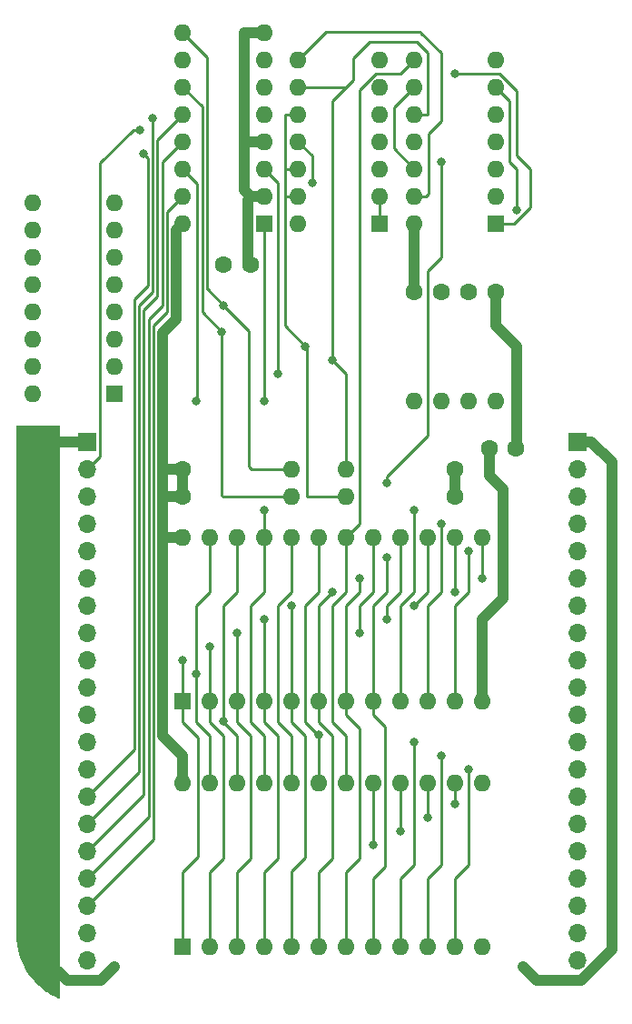
<source format=gbl>
G04 #@! TF.GenerationSoftware,KiCad,Pcbnew,(6.0.4)*
G04 #@! TF.CreationDate,2022-12-31T00:25:52-05:00*
G04 #@! TF.ProjectId,intellivision t-card replic,696e7465-6c6c-4697-9669-73696f6e2074,rev?*
G04 #@! TF.SameCoordinates,Original*
G04 #@! TF.FileFunction,Copper,L2,Bot*
G04 #@! TF.FilePolarity,Positive*
%FSLAX46Y46*%
G04 Gerber Fmt 4.6, Leading zero omitted, Abs format (unit mm)*
G04 Created by KiCad (PCBNEW (6.0.4)) date 2022-12-31 00:25:52*
%MOMM*%
%LPD*%
G01*
G04 APERTURE LIST*
G04 #@! TA.AperFunction,ComponentPad*
%ADD10C,1.600000*%
G04 #@! TD*
G04 #@! TA.AperFunction,ComponentPad*
%ADD11O,1.600000X1.600000*%
G04 #@! TD*
G04 #@! TA.AperFunction,ComponentPad*
%ADD12R,1.600000X1.600000*%
G04 #@! TD*
G04 #@! TA.AperFunction,ComponentPad*
%ADD13R,1.700000X1.700000*%
G04 #@! TD*
G04 #@! TA.AperFunction,ComponentPad*
%ADD14O,1.700000X1.700000*%
G04 #@! TD*
G04 #@! TA.AperFunction,ViaPad*
%ADD15C,0.800000*%
G04 #@! TD*
G04 #@! TA.AperFunction,Conductor*
%ADD16C,1.000000*%
G04 #@! TD*
G04 #@! TA.AperFunction,Conductor*
%ADD17C,0.250000*%
G04 #@! TD*
G04 APERTURE END LIST*
D10*
X105405000Y-66082500D03*
D11*
X115565000Y-66082500D03*
D10*
X134615000Y-47032500D03*
D11*
X134615000Y-57192500D03*
D10*
X132075000Y-47032500D03*
D11*
X132075000Y-57192500D03*
D10*
X109240000Y-44450000D03*
X111740000Y-44450000D03*
D12*
X105405000Y-107992500D03*
D11*
X107945000Y-107992500D03*
X110485000Y-107992500D03*
X113025000Y-107992500D03*
X115565000Y-107992500D03*
X118105000Y-107992500D03*
X120645000Y-107992500D03*
X123185000Y-107992500D03*
X125725000Y-107992500D03*
X128265000Y-107992500D03*
X130805000Y-107992500D03*
X133345000Y-107992500D03*
X133345000Y-92752500D03*
X130805000Y-92752500D03*
X128265000Y-92752500D03*
X125725000Y-92752500D03*
X123185000Y-92752500D03*
X120645000Y-92752500D03*
X118105000Y-92752500D03*
X115565000Y-92752500D03*
X113025000Y-92752500D03*
X110485000Y-92752500D03*
X107945000Y-92752500D03*
X105405000Y-92752500D03*
D12*
X113015000Y-40640000D03*
D11*
X113015000Y-38100000D03*
X113015000Y-35560000D03*
X113015000Y-33020000D03*
X113015000Y-30480000D03*
X113015000Y-27940000D03*
X113015000Y-25400000D03*
X113015000Y-22860000D03*
X105395000Y-22860000D03*
X105395000Y-25400000D03*
X105395000Y-27940000D03*
X105395000Y-30480000D03*
X105395000Y-33020000D03*
X105395000Y-35560000D03*
X105395000Y-38100000D03*
X105395000Y-40640000D03*
D13*
X142240000Y-60960000D03*
D14*
X142240000Y-63500000D03*
X142240000Y-66040000D03*
X142240000Y-68580000D03*
X142240000Y-71120000D03*
X142240000Y-73660000D03*
X142240000Y-76200000D03*
X142240000Y-78740000D03*
X142240000Y-81280000D03*
X142240000Y-83820000D03*
X142240000Y-86360000D03*
X142240000Y-88900000D03*
X142240000Y-91440000D03*
X142240000Y-93980000D03*
X142240000Y-96520000D03*
X142240000Y-99060000D03*
X142240000Y-101600000D03*
X142240000Y-104140000D03*
X142240000Y-106680000D03*
X142240000Y-109220000D03*
D10*
X130805000Y-63542500D03*
D11*
X120645000Y-63542500D03*
D10*
X130805000Y-66082500D03*
D11*
X120645000Y-66082500D03*
D12*
X105410000Y-85132500D03*
D11*
X107950000Y-85132500D03*
X110490000Y-85132500D03*
X113030000Y-85132500D03*
X115570000Y-85132500D03*
X118110000Y-85132500D03*
X120650000Y-85132500D03*
X123190000Y-85132500D03*
X125730000Y-85132500D03*
X128270000Y-85132500D03*
X130810000Y-85132500D03*
X133350000Y-85132500D03*
X133350000Y-69892500D03*
X130810000Y-69892500D03*
X128270000Y-69892500D03*
X125730000Y-69892500D03*
X123190000Y-69892500D03*
X120650000Y-69892500D03*
X118110000Y-69892500D03*
X115570000Y-69892500D03*
X113030000Y-69892500D03*
X110490000Y-69892500D03*
X107950000Y-69892500D03*
X105410000Y-69892500D03*
D12*
X99017500Y-56525000D03*
D11*
X99017500Y-53985000D03*
X99017500Y-51445000D03*
X99017500Y-48905000D03*
X99017500Y-46365000D03*
X99017500Y-43825000D03*
X99017500Y-41285000D03*
X99017500Y-38745000D03*
X91397500Y-38745000D03*
X91397500Y-41285000D03*
X91397500Y-43825000D03*
X91397500Y-46365000D03*
X91397500Y-48905000D03*
X91397500Y-51445000D03*
X91397500Y-53985000D03*
X91397500Y-56525000D03*
D10*
X126995000Y-46990000D03*
D11*
X126995000Y-57150000D03*
D12*
X134605000Y-40645000D03*
D11*
X134605000Y-38105000D03*
X134605000Y-35565000D03*
X134605000Y-33025000D03*
X134605000Y-30485000D03*
X134605000Y-27945000D03*
X134605000Y-25405000D03*
X126985000Y-25405000D03*
X126985000Y-27945000D03*
X126985000Y-30485000D03*
X126985000Y-33025000D03*
X126985000Y-35565000D03*
X126985000Y-38105000D03*
X126985000Y-40645000D03*
D10*
X136485000Y-61595000D03*
X133985000Y-61595000D03*
D13*
X96520000Y-60960000D03*
D14*
X96520000Y-63500000D03*
X96520000Y-66040000D03*
X96520000Y-68580000D03*
X96520000Y-71120000D03*
X96520000Y-73660000D03*
X96520000Y-76200000D03*
X96520000Y-78740000D03*
X96520000Y-81280000D03*
X96520000Y-83820000D03*
X96520000Y-86360000D03*
X96520000Y-88900000D03*
X96520000Y-91440000D03*
X96520000Y-93980000D03*
X96520000Y-96520000D03*
X96520000Y-99060000D03*
X96520000Y-101600000D03*
X96520000Y-104140000D03*
X96520000Y-106680000D03*
X96520000Y-109220000D03*
D10*
X105405000Y-63542500D03*
D11*
X115565000Y-63542500D03*
D10*
X129535000Y-47032500D03*
D11*
X129535000Y-57192500D03*
D12*
X123800000Y-40645000D03*
D11*
X123800000Y-38105000D03*
X123800000Y-35565000D03*
X123800000Y-33025000D03*
X123800000Y-30485000D03*
X123800000Y-27945000D03*
X123800000Y-25405000D03*
X116180000Y-25405000D03*
X116180000Y-27945000D03*
X116180000Y-30485000D03*
X116180000Y-33025000D03*
X116180000Y-35565000D03*
X116180000Y-38105000D03*
X116180000Y-40645000D03*
D15*
X103505000Y-60960000D03*
X137160000Y-109855000D03*
X99060000Y-109855000D03*
X121920000Y-78740000D03*
X127000000Y-88900000D03*
X124460000Y-77470000D03*
X129540000Y-90170000D03*
X127000000Y-76200000D03*
X132080000Y-91440000D03*
X130810000Y-74930000D03*
X133350000Y-73660000D03*
X130805000Y-94657500D03*
X128265000Y-95927500D03*
X132080000Y-71120000D03*
X125725000Y-97197500D03*
X129540000Y-68580000D03*
X127000000Y-67310000D03*
X123185000Y-98467500D03*
X114300000Y-54610000D03*
X119380000Y-53340000D03*
X116840000Y-52070000D03*
X109220000Y-48260000D03*
X109069511Y-50697011D03*
X106680000Y-57150000D03*
X113030000Y-57150000D03*
X106680000Y-82550000D03*
X102596920Y-30841920D03*
X109220000Y-86995000D03*
X118110000Y-88265000D03*
X101740489Y-34149511D03*
X124460000Y-71755000D03*
X113030000Y-77470000D03*
X121920000Y-73660000D03*
X110490000Y-78740000D03*
X119380000Y-74930000D03*
X107950000Y-80010000D03*
X115570000Y-76200000D03*
X105410000Y-81280000D03*
X101454511Y-31895489D03*
X136525000Y-39370000D03*
X129540000Y-34925000D03*
X124455000Y-64775000D03*
X113030000Y-67310000D03*
X130810000Y-26670000D03*
X117475000Y-36830000D03*
D16*
X103500000Y-63542500D02*
X103500000Y-50842500D01*
X105405000Y-90212500D02*
X104135000Y-88942500D01*
X103500000Y-66082500D02*
X103500000Y-69257500D01*
X145415000Y-106045000D02*
X145415000Y-108236341D01*
X136520000Y-52065000D02*
X136520000Y-59060000D01*
X134615000Y-50160000D02*
X134615000Y-47032500D01*
X105405000Y-63542500D02*
X105405000Y-66082500D01*
X103500000Y-88307500D02*
X104135000Y-88942500D01*
X105405000Y-66082500D02*
X103500000Y-66082500D01*
X145415000Y-108236341D02*
X142526341Y-111125000D01*
X138430000Y-111125000D02*
X137160000Y-109855000D01*
X103500000Y-69257500D02*
X103500000Y-88307500D01*
X104770000Y-49572500D02*
X104770000Y-41265000D01*
X105405000Y-63542500D02*
X103500000Y-63542500D01*
X103500000Y-50842500D02*
X104770000Y-49572500D01*
X96520000Y-60960000D02*
X92710000Y-60960000D01*
X136520000Y-61560000D02*
X136485000Y-61595000D01*
X145415000Y-62865000D02*
X145415000Y-106045000D01*
X105405000Y-92752500D02*
X105405000Y-90212500D01*
X104770000Y-41265000D02*
X105395000Y-40640000D01*
X136520000Y-52065000D02*
X134615000Y-50160000D01*
X103500000Y-69257500D02*
X103500000Y-69892500D01*
X126995000Y-40655000D02*
X126985000Y-40645000D01*
X103500000Y-69892500D02*
X105410000Y-69892500D01*
X142240000Y-60960000D02*
X143510000Y-60960000D01*
X103500000Y-63542500D02*
X103500000Y-66082500D01*
X126995000Y-46990000D02*
X126995000Y-40655000D01*
X97790000Y-111125000D02*
X94615000Y-111125000D01*
X130805000Y-63542500D02*
X130805000Y-66082500D01*
X136520000Y-59060000D02*
X136520000Y-61560000D01*
X94615000Y-111125000D02*
X92710000Y-109220000D01*
X143510000Y-60960000D02*
X145415000Y-62865000D01*
X99060000Y-109855000D02*
X97790000Y-111125000D01*
X142526341Y-111125000D02*
X138430000Y-111125000D01*
X111515489Y-44225489D02*
X111740000Y-44450000D01*
X113015000Y-38100000D02*
X111712500Y-38100000D01*
X113015000Y-33020000D02*
X111162500Y-33020000D01*
X111120000Y-33062500D02*
X111120000Y-37507500D01*
X133985000Y-64135000D02*
X133985000Y-61595000D01*
X111712500Y-38100000D02*
X111120000Y-37507500D01*
X133350000Y-85132500D02*
X133350000Y-77470000D01*
X111515489Y-38468141D02*
X111515489Y-44225489D01*
X113015000Y-22860000D02*
X111162500Y-22860000D01*
X135250000Y-75570000D02*
X135250000Y-65400000D01*
X135250000Y-65400000D02*
X133985000Y-64135000D01*
X113015000Y-38100000D02*
X111883630Y-38100000D01*
X111162500Y-22860000D02*
X111120000Y-22902500D01*
X111883630Y-38100000D02*
X111515489Y-38468141D01*
X111120000Y-22902500D02*
X111120000Y-33062500D01*
X133350000Y-77470000D02*
X135250000Y-75570000D01*
X111162500Y-33020000D02*
X111120000Y-33062500D01*
D17*
X121920000Y-76200000D02*
X123190000Y-74930000D01*
X123190000Y-74930000D02*
X123190000Y-69892500D01*
X121920000Y-78740000D02*
X121920000Y-76200000D01*
X125725000Y-101605000D02*
X127000000Y-100330000D01*
X125725000Y-107992500D02*
X125725000Y-101605000D01*
X127000000Y-100330000D02*
X127000000Y-88900000D01*
X125730000Y-74930000D02*
X124460000Y-76200000D01*
X125730000Y-69892500D02*
X125730000Y-74930000D01*
X124460000Y-77470000D02*
X124460000Y-76200000D01*
X128265000Y-101605000D02*
X129540000Y-100330000D01*
X129540000Y-100330000D02*
X129540000Y-90170000D01*
X128265000Y-107992500D02*
X128265000Y-101605000D01*
X128270000Y-74930000D02*
X127000000Y-76200000D01*
X128270000Y-69892500D02*
X128270000Y-74930000D01*
X130805000Y-101605000D02*
X132080000Y-100330000D01*
X132080000Y-100330000D02*
X132080000Y-91440000D01*
X130805000Y-107992500D02*
X130805000Y-101605000D01*
X130810000Y-69892500D02*
X130810000Y-74930000D01*
X133350000Y-69892500D02*
X133350000Y-73660000D01*
X130805000Y-92752500D02*
X130805000Y-94657500D01*
X128265000Y-92752500D02*
X128265000Y-95927500D01*
X130810000Y-76200000D02*
X132080000Y-74930000D01*
X132080000Y-74930000D02*
X132080000Y-71120000D01*
X130810000Y-85132500D02*
X130810000Y-76200000D01*
X125725000Y-92752500D02*
X125725000Y-97197500D01*
X129540000Y-74930000D02*
X129540000Y-68580000D01*
X128270000Y-76200000D02*
X129540000Y-74930000D01*
X128270000Y-85132500D02*
X128270000Y-76200000D01*
X127000000Y-74930000D02*
X127000000Y-67310000D01*
X125730000Y-76200000D02*
X127000000Y-74930000D01*
X125730000Y-85132500D02*
X125730000Y-76200000D01*
X123185000Y-92752500D02*
X123185000Y-98467500D01*
X114300000Y-54610000D02*
X114300000Y-54022500D01*
X113015000Y-35560000D02*
X114295000Y-36840000D01*
X114300000Y-54022500D02*
X114295000Y-54017500D01*
X114295000Y-36840000D02*
X114295000Y-54017500D01*
X120645000Y-54605000D02*
X120645000Y-63542500D01*
X120645000Y-54605000D02*
X119380000Y-53340000D01*
X119380000Y-49530000D02*
X119380000Y-29210000D01*
X120967500Y-27622500D02*
X121285000Y-27305000D01*
X120645000Y-27945000D02*
X120967500Y-27622500D01*
X128265000Y-24760000D02*
X127247500Y-23742500D01*
X119380000Y-29210000D02*
X120967500Y-27622500D01*
X127247500Y-23742500D02*
X122802500Y-23742500D01*
X116180000Y-27945000D02*
X120645000Y-27945000D01*
X122802500Y-23742500D02*
X121285000Y-25260000D01*
X128265000Y-30447500D02*
X128265000Y-24760000D01*
X128227500Y-30485000D02*
X128265000Y-30447500D01*
X121285000Y-25260000D02*
X121285000Y-27305000D01*
X119380000Y-53340000D02*
X119380000Y-49530000D01*
X126985000Y-30485000D02*
X128227500Y-30485000D01*
X116980489Y-53527989D02*
X116980489Y-52210489D01*
X114930000Y-38142500D02*
X114930000Y-48265000D01*
X116980489Y-66052989D02*
X117010000Y-66082500D01*
X114967500Y-30485000D02*
X114930000Y-30522500D01*
X114930000Y-50160000D02*
X114930000Y-48265000D01*
X116180000Y-38105000D02*
X114967500Y-38105000D01*
X114930000Y-30522500D02*
X114930000Y-35602500D01*
X114967500Y-38105000D02*
X114930000Y-38142500D01*
X116180000Y-35565000D02*
X114967500Y-35565000D01*
X117010000Y-66082500D02*
X120645000Y-66082500D01*
X116980489Y-52210489D02*
X116840000Y-52070000D01*
X116980489Y-53527989D02*
X116980489Y-66052989D01*
X114930000Y-35602500D02*
X114930000Y-38142500D01*
X114967500Y-35565000D02*
X114930000Y-35602500D01*
X116180000Y-30485000D02*
X114967500Y-30485000D01*
X116840000Y-52070000D02*
X114930000Y-50160000D01*
X115565000Y-63542500D02*
X111859022Y-63542500D01*
X107663551Y-46068551D02*
X107663551Y-25128551D01*
X111609511Y-50649511D02*
X109220000Y-48260000D01*
X109220000Y-48260000D02*
X107663551Y-46703551D01*
X111609511Y-63292989D02*
X111609511Y-50649511D01*
X107663551Y-46703551D02*
X107663551Y-46068551D01*
X107663551Y-46751051D02*
X107663551Y-46068551D01*
X111859022Y-63542500D02*
X111609511Y-63292989D01*
X107663551Y-25128551D02*
X105395000Y-22860000D01*
X115565000Y-66082500D02*
X109185000Y-66082500D01*
X109185000Y-66082500D02*
X109069511Y-65967011D01*
X109069511Y-50697011D02*
X107214031Y-48841531D01*
X109069511Y-65967011D02*
X109069511Y-50697011D01*
X107214031Y-48841531D02*
X107214031Y-29759031D01*
X107214031Y-29759031D02*
X105395000Y-27940000D01*
X106764511Y-57065489D02*
X106680000Y-57150000D01*
X105395000Y-35560000D02*
X106764511Y-36929511D01*
X106764511Y-36929511D02*
X106764511Y-57065489D01*
X113015000Y-45752500D02*
X113030000Y-45767500D01*
X113030000Y-45767500D02*
X113030000Y-57150000D01*
X113015000Y-40640000D02*
X113015000Y-45752500D01*
X107945000Y-74972500D02*
X106675000Y-76242500D01*
X106675000Y-76242500D02*
X106675000Y-87037500D01*
X107945000Y-88307500D02*
X107945000Y-92752500D01*
X106675000Y-87037500D02*
X107945000Y-88307500D01*
X107950000Y-74967500D02*
X107945000Y-74972500D01*
X107950000Y-69892500D02*
X107950000Y-74967500D01*
X102596920Y-46990000D02*
X101326920Y-48260000D01*
X101326920Y-48260000D02*
X101326920Y-91713080D01*
X102596920Y-30841920D02*
X102596920Y-46990000D01*
X101326920Y-91713080D02*
X96520000Y-96520000D01*
X110490000Y-74930000D02*
X109215000Y-76205000D01*
X110490000Y-69892500D02*
X110490000Y-74930000D01*
X109215000Y-76205000D02*
X109215000Y-87037500D01*
X109215000Y-87037500D02*
X110485000Y-88307500D01*
X110485000Y-88307500D02*
X110485000Y-92752500D01*
X105395000Y-30480000D02*
X103046440Y-32828560D01*
X101776440Y-48718560D02*
X101776440Y-93803560D01*
X103046440Y-32828560D02*
X103046440Y-47448560D01*
X103046440Y-47448560D02*
X101776440Y-48718560D01*
X101776440Y-93803560D02*
X96520000Y-99060000D01*
X118110000Y-69892500D02*
X118110000Y-74967500D01*
X116835000Y-76242500D02*
X116835000Y-87037500D01*
X118105000Y-88307500D02*
X118105000Y-92752500D01*
X116835000Y-87037500D02*
X118105000Y-88307500D01*
X118110000Y-74967500D02*
X116835000Y-76242500D01*
X102225960Y-95894040D02*
X96520000Y-101600000D01*
X103495960Y-48260000D02*
X102225960Y-49530000D01*
X105395000Y-33020000D02*
X103495960Y-34919040D01*
X103495960Y-34919040D02*
X103495960Y-48260000D01*
X102225960Y-49530000D02*
X102225960Y-95894040D01*
X102147400Y-46442600D02*
X100877400Y-47712600D01*
X100877400Y-89622600D02*
X96520000Y-93980000D01*
X101740489Y-34149511D02*
X102147400Y-34556422D01*
X100877400Y-47712600D02*
X100877400Y-89622600D01*
X102147400Y-34556422D02*
X102147400Y-46442600D01*
X102675480Y-50165000D02*
X102675480Y-97984520D01*
X103945480Y-39549520D02*
X103945480Y-48895000D01*
X102675480Y-97984520D02*
X96520000Y-104140000D01*
X105395000Y-38100000D02*
X103945480Y-39549520D01*
X103945480Y-48895000D02*
X102675480Y-50165000D01*
X123190000Y-76200000D02*
X124460000Y-74930000D01*
X123185000Y-107992500D02*
X123185000Y-101642500D01*
X124460000Y-74930000D02*
X124460000Y-71755000D01*
X124309511Y-100517989D02*
X124309511Y-87479511D01*
X124309511Y-87479511D02*
X123190000Y-86360000D01*
X123185000Y-101642500D02*
X124309511Y-100517989D01*
X123190000Y-85132500D02*
X123190000Y-76200000D01*
X123190000Y-86360000D02*
X123190000Y-85132500D01*
X113030000Y-87042500D02*
X114295000Y-88307500D01*
X113030000Y-81327500D02*
X113025000Y-81322500D01*
X114295000Y-88307500D02*
X114295000Y-99737500D01*
X113030000Y-85132500D02*
X113030000Y-87042500D01*
X113025000Y-81322500D02*
X113025000Y-77475000D01*
X113025000Y-101007500D02*
X113025000Y-107992500D01*
X114295000Y-99737500D02*
X113025000Y-101007500D01*
X113025000Y-77475000D02*
X113030000Y-77470000D01*
X113030000Y-85132500D02*
X113030000Y-81327500D01*
X121915000Y-99737500D02*
X121915000Y-87672500D01*
X120645000Y-101007500D02*
X121915000Y-99737500D01*
X121920000Y-74930000D02*
X121920000Y-73660000D01*
X121915000Y-87672500D02*
X120650000Y-86407500D01*
X120650000Y-76200000D02*
X121920000Y-74930000D01*
X120645000Y-107992500D02*
X120645000Y-101007500D01*
X120650000Y-85132500D02*
X120650000Y-76200000D01*
X120650000Y-86407500D02*
X120650000Y-85132500D01*
X110490000Y-80692500D02*
X110490000Y-78740000D01*
X110490000Y-85132500D02*
X110490000Y-87042500D01*
X111755000Y-88307500D02*
X111755000Y-99737500D01*
X110490000Y-87042500D02*
X111755000Y-88307500D01*
X110490000Y-85132500D02*
X110490000Y-80692500D01*
X111755000Y-99737500D02*
X110485000Y-101007500D01*
X110485000Y-101007500D02*
X110485000Y-107992500D01*
X119375000Y-99737500D02*
X118105000Y-101007500D01*
X118110000Y-85132500D02*
X118110000Y-83232500D01*
X118110000Y-83232500D02*
X118110000Y-76200000D01*
X118110000Y-85132500D02*
X118110000Y-87042500D01*
X118105000Y-101007500D02*
X118105000Y-107992500D01*
X118110000Y-87042500D02*
X119375000Y-88307500D01*
X119375000Y-88307500D02*
X119375000Y-99737500D01*
X118110000Y-76200000D02*
X119380000Y-74930000D01*
X107945000Y-101007500D02*
X107945000Y-107992500D01*
X107950000Y-85132500D02*
X107950000Y-87042500D01*
X109215000Y-88307500D02*
X109215000Y-99737500D01*
X109215000Y-99737500D02*
X107945000Y-101007500D01*
X107950000Y-85132500D02*
X107950000Y-80010000D01*
X107950000Y-87042500D02*
X109215000Y-88307500D01*
X115570000Y-81962500D02*
X115570000Y-76200000D01*
X115565000Y-100960000D02*
X116835000Y-99690000D01*
X115570000Y-85132500D02*
X115570000Y-81962500D01*
X116835000Y-99690000D02*
X116835000Y-88307500D01*
X115565000Y-107992500D02*
X115565000Y-100960000D01*
X115570000Y-87042500D02*
X115570000Y-85132500D01*
X116835000Y-88307500D02*
X115570000Y-87042500D01*
X106820489Y-99592011D02*
X105405000Y-101007500D01*
X105410000Y-85132500D02*
X105410000Y-87042500D01*
X105410000Y-87042500D02*
X106820489Y-88452989D01*
X105410000Y-85132500D02*
X105410000Y-81280000D01*
X106820489Y-88452989D02*
X106820489Y-99592011D01*
X105405000Y-101007500D02*
X105405000Y-107992500D01*
X97694511Y-62325489D02*
X97694511Y-35020489D01*
X97694511Y-35020489D02*
X100819511Y-31895489D01*
X100819511Y-31895489D02*
X101454511Y-31895489D01*
X97694511Y-62325489D02*
X96520000Y-63500000D01*
X115570000Y-69892500D02*
X115570000Y-74967500D01*
X114295000Y-87037500D02*
X115565000Y-88307500D01*
X115565000Y-88307500D02*
X115565000Y-92752500D01*
X114295000Y-76242500D02*
X114295000Y-87037500D01*
X115570000Y-74967500D02*
X114295000Y-76242500D01*
X135890000Y-34925000D02*
X136525000Y-35560000D01*
X134605000Y-27945000D02*
X135890000Y-29230000D01*
X123800000Y-38105000D02*
X123800000Y-40645000D01*
X135890000Y-29230000D02*
X135890000Y-34925000D01*
X136525000Y-39370000D02*
X136525000Y-35560000D01*
X121915000Y-68627500D02*
X120650000Y-69892500D01*
X120645000Y-88307500D02*
X120645000Y-92752500D01*
X119375000Y-87037500D02*
X120645000Y-88307500D01*
X120650000Y-69892500D02*
X120650000Y-74967500D01*
X121915000Y-28239700D02*
X121915000Y-68627500D01*
X125677500Y-26712500D02*
X123442200Y-26712500D01*
X120650000Y-74967500D02*
X119375000Y-76242500D01*
X123442200Y-26712500D02*
X121915000Y-28239700D01*
X126985000Y-25405000D02*
X125677500Y-26712500D01*
X119375000Y-76242500D02*
X119375000Y-87037500D01*
X113030000Y-72554500D02*
X113030000Y-74967500D01*
X128265000Y-45090000D02*
X129540000Y-43815000D01*
X111755000Y-87037500D02*
X113025000Y-88307500D01*
X113030000Y-67310000D02*
X113030000Y-69892500D01*
X128265000Y-60367500D02*
X128265000Y-46360000D01*
X129540000Y-34925000D02*
X129540000Y-43815000D01*
X111755000Y-76242500D02*
X111755000Y-87037500D01*
X128265000Y-45725000D02*
X128265000Y-45381500D01*
X124455000Y-64177500D02*
X128265000Y-60367500D01*
X113030000Y-74967500D02*
X111755000Y-76242500D01*
X128265000Y-46360000D02*
X128265000Y-45725000D01*
X113030000Y-69892500D02*
X113030000Y-72554500D01*
X113025000Y-88307500D02*
X113025000Y-92752500D01*
X124455000Y-64775000D02*
X124455000Y-64177500D01*
X128265000Y-46360000D02*
X128265000Y-45090000D01*
X137795000Y-35560000D02*
X136525000Y-34290000D01*
X136525000Y-34290000D02*
X136525000Y-28274700D01*
X134605000Y-40645000D02*
X136274614Y-40645000D01*
X134920300Y-26670000D02*
X130810000Y-26670000D01*
X136525000Y-28274700D02*
X134920300Y-26670000D01*
X136274614Y-40645000D02*
X137795000Y-39124614D01*
X137795000Y-39124614D02*
X137795000Y-35560000D01*
X125090000Y-33670000D02*
X126985000Y-35565000D01*
X125090000Y-29840000D02*
X125090000Y-33670000D01*
X126985000Y-27945000D02*
X125090000Y-29840000D01*
X117475000Y-34320000D02*
X116180000Y-33025000D01*
X117475000Y-36830000D02*
X117475000Y-34320000D01*
X127602500Y-22827500D02*
X118757500Y-22827500D01*
X126985000Y-38105000D02*
X128122500Y-38105000D01*
X129535000Y-31110000D02*
X129535000Y-24770000D01*
X128122500Y-38105000D02*
X128330000Y-37897500D01*
X127602500Y-22837500D02*
X127602500Y-22827500D01*
X128330000Y-37897500D02*
X128330000Y-32315000D01*
X118757500Y-22827500D02*
X116180000Y-25405000D01*
X129535000Y-24770000D02*
X127602500Y-22837500D01*
X128330000Y-32315000D02*
X129535000Y-31110000D01*
G04 #@! TA.AperFunction,Conductor*
G36*
X93922121Y-59456002D02*
G01*
X93968614Y-59509658D01*
X93980000Y-59562000D01*
X93980000Y-112642831D01*
X93959998Y-112710952D01*
X93906342Y-112757445D01*
X93836068Y-112767549D01*
X93803614Y-112758318D01*
X93573411Y-112657883D01*
X93564921Y-112653795D01*
X93145041Y-112431882D01*
X93136888Y-112427175D01*
X92734748Y-112174495D01*
X92727002Y-112169213D01*
X92344887Y-111887199D01*
X92337532Y-111881334D01*
X91977554Y-111571548D01*
X91970647Y-111565139D01*
X91634861Y-111229353D01*
X91628452Y-111222446D01*
X91318666Y-110862468D01*
X91312801Y-110855113D01*
X91030787Y-110472998D01*
X91025505Y-110465252D01*
X90772825Y-110063112D01*
X90768118Y-110054959D01*
X90546205Y-109635079D01*
X90542117Y-109626589D01*
X90352211Y-109191315D01*
X90348769Y-109182544D01*
X90191925Y-108734305D01*
X90189147Y-108725301D01*
X90173174Y-108665687D01*
X90066227Y-108266551D01*
X90064137Y-108257391D01*
X89975850Y-107790770D01*
X89974446Y-107781461D01*
X89921276Y-107309536D01*
X89920572Y-107300140D01*
X89904289Y-106864918D01*
X89905702Y-106840817D01*
X89906451Y-106836009D01*
X89906451Y-106836007D01*
X89907832Y-106827138D01*
X89906668Y-106818235D01*
X89906668Y-106818230D01*
X89903705Y-106795568D01*
X89902641Y-106779232D01*
X89902641Y-59562000D01*
X89922643Y-59493879D01*
X89976299Y-59447386D01*
X90028641Y-59436000D01*
X93854000Y-59436000D01*
X93922121Y-59456002D01*
G37*
G04 #@! TD.AperFunction*
M02*

</source>
